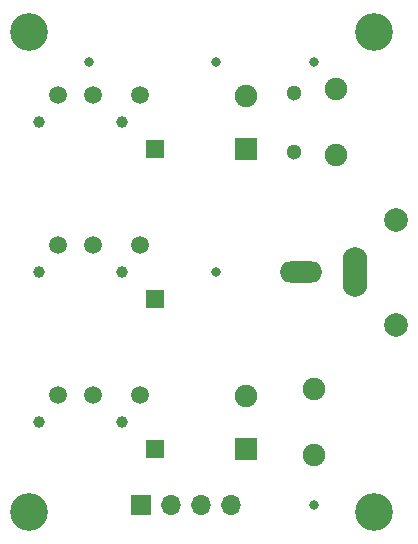
<source format=gts>
G04 #@! TF.GenerationSoftware,KiCad,Pcbnew,(5.1.8)-1*
G04 #@! TF.CreationDate,2023-07-01T22:25:39+09:00*
G04 #@! TF.ProjectId,TRRS,54525253-2e6b-4696-9361-645f70636258,rev?*
G04 #@! TF.SameCoordinates,PX9157080PY791ddc0*
G04 #@! TF.FileFunction,Soldermask,Top*
G04 #@! TF.FilePolarity,Negative*
%FSLAX46Y46*%
G04 Gerber Fmt 4.6, Leading zero omitted, Abs format (unit mm)*
G04 Created by KiCad (PCBNEW (5.1.8)-1) date 2023-07-01 22:25:39*
%MOMM*%
%LPD*%
G01*
G04 APERTURE LIST*
%ADD10C,1.900000*%
%ADD11R,1.900000X1.900000*%
%ADD12C,2.000000*%
%ADD13O,3.600000X1.800000*%
%ADD14O,2.100000X4.200000*%
%ADD15C,1.000000*%
%ADD16C,1.500000*%
%ADD17R,1.500000X1.500000*%
%ADD18O,1.700000X1.700000*%
%ADD19R,1.700000X1.700000*%
%ADD20C,1.300000*%
%ADD21C,3.200000*%
%ADD22C,0.800000*%
G04 APERTURE END LIST*
D10*
X21590000Y13045000D03*
D11*
X21590000Y8545000D03*
D10*
X27305000Y13589000D03*
X27305000Y8001000D03*
D12*
X34290000Y27940000D03*
X34290000Y19050000D03*
D13*
X26200000Y23495000D03*
D14*
X30800000Y23495000D03*
D15*
X4020000Y36195000D03*
X11020000Y36195000D03*
D16*
X8620000Y38495000D03*
D17*
X13820000Y33895000D03*
D16*
X5620000Y38495000D03*
X12620000Y38495000D03*
D18*
X20320000Y3810000D03*
X17780000Y3810000D03*
X15240000Y3810000D03*
D19*
X12700000Y3810000D03*
D15*
X4020000Y23495000D03*
X11020000Y23495000D03*
D16*
X8620000Y25795000D03*
D17*
X13820000Y21195000D03*
D16*
X5620000Y25795000D03*
X12620000Y25795000D03*
D15*
X4020000Y10795000D03*
X11020000Y10795000D03*
D16*
X8620000Y13095000D03*
D17*
X13820000Y8495000D03*
D16*
X5620000Y13095000D03*
X12620000Y13095000D03*
D20*
X25640000Y38695000D03*
X25640000Y33695000D03*
D10*
X21590000Y38445000D03*
D11*
X21590000Y33945000D03*
D10*
X29210000Y38989000D03*
X29210000Y33401000D03*
D21*
X32385000Y43815000D03*
X3175000Y43815000D03*
X32385000Y3175000D03*
X3175000Y3175000D03*
D22*
X27305000Y3810000D03*
X27305000Y41275000D03*
X19050000Y41275000D03*
X19050000Y23495000D03*
X8255000Y41275000D03*
M02*

</source>
